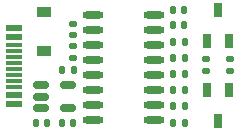
<source format=gbr>
%TF.GenerationSoftware,KiCad,Pcbnew,(6.0.0)*%
%TF.CreationDate,2022-02-12T21:10:29+08:00*%
%TF.ProjectId,USB-TTL-V1,5553422d-5454-44c2-9d56-312e6b696361,rev?*%
%TF.SameCoordinates,Original*%
%TF.FileFunction,Paste,Top*%
%TF.FilePolarity,Positive*%
%FSLAX46Y46*%
G04 Gerber Fmt 4.6, Leading zero omitted, Abs format (unit mm)*
G04 Created by KiCad (PCBNEW (6.0.0)) date 2022-02-12 21:10:29*
%MOMM*%
%LPD*%
G01*
G04 APERTURE LIST*
G04 Aperture macros list*
%AMRoundRect*
0 Rectangle with rounded corners*
0 $1 Rounding radius*
0 $2 $3 $4 $5 $6 $7 $8 $9 X,Y pos of 4 corners*
0 Add a 4 corners polygon primitive as box body*
4,1,4,$2,$3,$4,$5,$6,$7,$8,$9,$2,$3,0*
0 Add four circle primitives for the rounded corners*
1,1,$1+$1,$2,$3*
1,1,$1+$1,$4,$5*
1,1,$1+$1,$6,$7*
1,1,$1+$1,$8,$9*
0 Add four rect primitives between the rounded corners*
20,1,$1+$1,$2,$3,$4,$5,0*
20,1,$1+$1,$4,$5,$6,$7,0*
20,1,$1+$1,$6,$7,$8,$9,0*
20,1,$1+$1,$8,$9,$2,$3,0*%
G04 Aperture macros list end*
%ADD10RoundRect,0.135000X-0.135000X-0.185000X0.135000X-0.185000X0.135000X0.185000X-0.135000X0.185000X0*%
%ADD11RoundRect,0.150000X-0.512500X-0.150000X0.512500X-0.150000X0.512500X0.150000X-0.512500X0.150000X0*%
%ADD12RoundRect,0.147500X0.147500X0.172500X-0.147500X0.172500X-0.147500X-0.172500X0.147500X-0.172500X0*%
%ADD13RoundRect,0.140000X-0.140000X-0.170000X0.140000X-0.170000X0.140000X0.170000X-0.140000X0.170000X0*%
%ADD14RoundRect,0.140000X0.140000X0.170000X-0.140000X0.170000X-0.140000X-0.170000X0.140000X-0.170000X0*%
%ADD15R,1.450000X0.600000*%
%ADD16R,1.450000X0.300000*%
%ADD17RoundRect,0.135000X0.185000X-0.135000X0.185000X0.135000X-0.185000X0.135000X-0.185000X-0.135000X0*%
%ADD18R,0.650000X1.220000*%
%ADD19RoundRect,0.135000X0.135000X0.185000X-0.135000X0.185000X-0.135000X-0.185000X0.135000X-0.185000X0*%
%ADD20RoundRect,0.140000X0.170000X-0.140000X0.170000X0.140000X-0.170000X0.140000X-0.170000X-0.140000X0*%
%ADD21RoundRect,0.140000X-0.170000X0.140000X-0.170000X-0.140000X0.170000X-0.140000X0.170000X0.140000X0*%
%ADD22RoundRect,0.135000X-0.185000X0.135000X-0.185000X-0.135000X0.185000X-0.135000X0.185000X0.135000X0*%
%ADD23R,1.200000X0.900000*%
%ADD24O,1.800000X0.600000*%
G04 APERTURE END LIST*
D10*
%TO.C,R2*%
X125000000Y-86594284D03*
X123980000Y-86594284D03*
%TD*%
D11*
%TO.C,U2*%
X112832500Y-88940000D03*
X112832500Y-89890000D03*
X112832500Y-90840000D03*
X115107500Y-90840000D03*
X115107500Y-88940000D03*
%TD*%
D12*
%TO.C,D3*%
X124005000Y-89337140D03*
X124975000Y-89337140D03*
%TD*%
%TO.C,D2*%
X124975000Y-90708568D03*
X124005000Y-90708568D03*
%TD*%
D13*
%TO.C,C7*%
X115570000Y-87610000D03*
X114610000Y-87610000D03*
%TD*%
D14*
%TO.C,C6*%
X114570000Y-92150000D03*
X115530000Y-92150000D03*
%TD*%
D13*
%TO.C,C5*%
X113340000Y-92150000D03*
X112380000Y-92150000D03*
%TD*%
D15*
%TO.C,J2*%
X110555000Y-84040000D03*
X110555000Y-84840000D03*
D16*
X110555000Y-86040000D03*
X110555000Y-87040000D03*
X110555000Y-87540000D03*
X110555000Y-88540000D03*
D15*
X110555000Y-89740000D03*
X110555000Y-90540000D03*
X110555000Y-90540000D03*
X110555000Y-89740000D03*
D16*
X110555000Y-89040000D03*
X110555000Y-88040000D03*
X110555000Y-86540000D03*
X110555000Y-85540000D03*
D15*
X110555000Y-84840000D03*
X110555000Y-84040000D03*
%TD*%
D17*
%TO.C,R4*%
X128820000Y-87750000D03*
X128820000Y-86730000D03*
%TD*%
D18*
%TO.C,Q2*%
X127810000Y-91920000D03*
X126860000Y-89300000D03*
X128760000Y-89300000D03*
%TD*%
D13*
%TO.C,C3*%
X124950000Y-83861428D03*
X123990000Y-83861428D03*
%TD*%
D18*
%TO.C,Q1*%
X127810000Y-82540000D03*
X128760000Y-85160000D03*
X126860000Y-85160000D03*
%TD*%
D13*
%TO.C,C1*%
X123990000Y-82510000D03*
X124950000Y-82510000D03*
%TD*%
D19*
%TO.C,R1*%
X123980000Y-85222856D03*
X125000000Y-85222856D03*
%TD*%
D20*
%TO.C,C2*%
X115540000Y-83740000D03*
X115540000Y-84700000D03*
%TD*%
D21*
%TO.C,C4*%
X115540000Y-86600000D03*
X115540000Y-85640000D03*
%TD*%
D22*
%TO.C,R3*%
X126830000Y-86730000D03*
X126830000Y-87750000D03*
%TD*%
D19*
%TO.C,R5*%
X123980000Y-92080000D03*
X125000000Y-92080000D03*
%TD*%
D23*
%TO.C,D1*%
X113100000Y-85980000D03*
X113100000Y-82680000D03*
%TD*%
D24*
%TO.C,U1*%
X122390000Y-83005000D03*
X122390000Y-84275000D03*
X122390000Y-85545000D03*
X122390000Y-86815000D03*
X122390000Y-88085000D03*
X122390000Y-89355000D03*
X122390000Y-90625000D03*
X122390000Y-91895000D03*
X117190000Y-91895000D03*
X117190000Y-90625000D03*
X117190000Y-89355000D03*
X117190000Y-88085000D03*
X117190000Y-86815000D03*
X117190000Y-85545000D03*
X117190000Y-84275000D03*
X117190000Y-83005000D03*
%TD*%
D19*
%TO.C,R6*%
X123980000Y-87965712D03*
X125000000Y-87965712D03*
%TD*%
M02*

</source>
